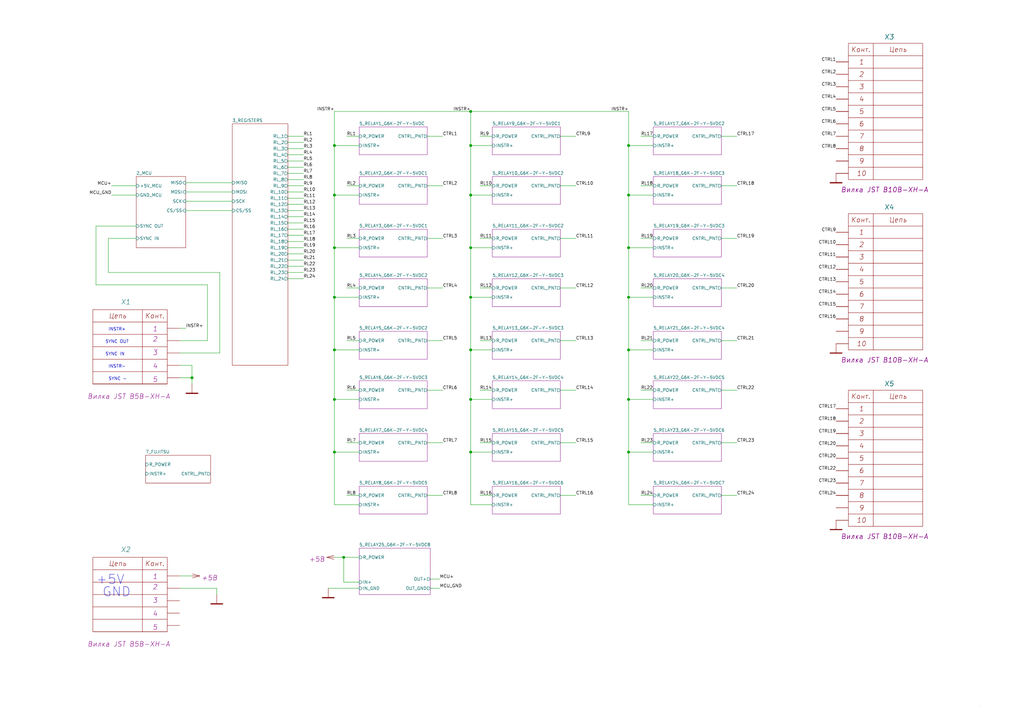
<source format=kicad_sch>
(kicad_sch (version 20210621) (generator eeschema)
  (paper "A3")
  (lib_symbols
    (symbol "[LTM][Power]:+5V" (power) (pin_numbers hide) (pin_names (offset 0) hide)
      (property "ValueName" "+5В" (at 0 5.08 0))
      (symbol "+5V_0_1"
        (polyline (pts (xy 0 3.175) (xy -0.8128 0.1778)))
        (polyline (pts (xy 0 3.175) (xy 0 0)))
        (polyline (pts (xy 0.8128 0.1778) (xy 0 3.175)))
      )
      (symbol "+5V_1_1"
        (pin power_in line (at 0 0 90) (length 0) hide (name "+5V") (number "1"))
      )
    )
    (symbol "[LTM][Power]:GND" (power) (pin_numbers hide) (pin_names (offset 0) hide)
      (symbol "GND_0_1"
        (rectangle (start -2.4892 -3.683) (end 2.4892 -3.9878) (fill (type outline)))
        (polyline (pts (xy 0 0) (xy 0 -3.81)))
      )
      (symbol "GND_1_1"
        (pin power_in line (at 0 0 270) (length 0) hide (name "GND") (number "1"))
      )
    )
    (symbol "my_Library:B10B-XH-A_right" (pin_numbers hide) (pin_names (offset 0) hide)
      (property "Reference" "X3" (at 19.6851 10.2517 0))
      (property "ValueName" "Вилка JST B10B-XH-A" (at 1.9051 -52.4053 0))
      (symbol "B10B-XH-A_right_0_0"
        (rectangle (start 5.08 7.62) (end 35.56 -48.26))
        (polyline (pts (xy 15.24 7.62) (xy 15.24 -48.26)))
        (polyline (pts (xy 35.56 -43.18) (xy 5.08 -43.18)))
        (polyline (pts (xy 35.56 -38.1) (xy 5.08 -38.1)))
        (polyline (pts (xy 35.56 -33.02) (xy 5.08 -33.02)))
        (polyline (pts (xy 35.56 -27.94) (xy 5.08 -27.94)))
        (polyline (pts (xy 35.56 -22.86) (xy 5.08 -22.86)))
        (polyline (pts (xy 35.56 -17.78) (xy 5.08 -17.78)))
        (polyline (pts (xy 35.56 -12.7) (xy 5.08 -12.7)))
        (polyline (pts (xy 35.56 -7.62) (xy 5.08 -7.62)))
        (polyline (pts (xy 35.56 -2.54) (xy 5.08 -2.54)))
        (polyline (pts (xy 35.56 2.54) (xy 5.08 2.54)))
      )
      (symbol "B10B-XH-A_right_1_1"
        (text "1" (at 10.414 0 0) (effects (font (size 2.0066 2.0066) italic)))
        (text "10" (at 10.414 -45.72 0) (effects (font (size 2.0066 2.0066) italic)))
        (text "2" (at 10.414 -5.08 0) (effects (font (size 2.0066 2.0066) italic)))
        (text "3" (at 10.414 -10.16 0) (effects (font (size 2.0066 2.0066) italic)))
        (text "4" (at 10.414 -15.24 0) (effects (font (size 2.0066 2.0066) italic)))
        (text "5" (at 10.414 -20.32 0) (effects (font (size 2.0066 2.0066) italic)))
        (text "6" (at 10.414 -25.4 0) (effects (font (size 2.0066 2.0066) italic)))
        (text "7" (at 10.414 -30.48 0) (effects (font (size 2.0066 2.0066) italic)))
        (text "8" (at 10.414 -35.56 0) (effects (font (size 2.0066 2.0066) italic)))
        (text "9" (at 10.414 -40.64 0) (effects (font (size 2.0066 2.0066) italic)))
        (text "Конт." (at 10.16 5.08 0) (effects (font (size 2.0066 2.0066) italic)))
        (text "Цепь" (at 25.4 5.08 0) (effects (font (size 2.0066 2.0066) italic)))
        (pin passive line (at 0 0 0) (length 5.08) (name "1") (number "1"))
        (pin passive line (at 0 -45.72 0) (length 5.08) (name "10") (number "10"))
        (pin passive line (at 0 -5.08 0) (length 5.08) (name "2") (number "2"))
        (pin passive line (at 0 -10.16 0) (length 5.08) (name "3") (number "3"))
        (pin passive line (at 0 -15.24 0) (length 5.08) (name "4") (number "4"))
        (pin passive line (at 0 -20.32 0) (length 5.08) (name "5") (number "5"))
        (pin passive line (at 0 -25.4 0) (length 5.08) (name "6") (number "6"))
        (pin passive line (at 0 -30.48 0) (length 5.08) (name "7") (number "7"))
        (pin passive line (at 0 -35.56 0) (length 5.08) (name "8") (number "8"))
        (pin passive line (at 0 -40.64 0) (length 5.08) (name "9") (number "9"))
      )
    )
    (symbol "my_Library:B5B-XH-A_Left" (pin_numbers hide) (pin_names (offset 0) hide)
      (property "Reference" "X" (at -22.225 10.795 0))
      (property "ValueName" "Вилка JST B5B-XH-A" (at -20.955 -27.94 0))
      (property "PIN1" "1" (at -10.16 -0.227 0))
      (property "PIN2" "2" (at -10.16 -4.464 0))
      (property "PIN3" "3" (at -10.16 -9.971 0))
      (property "PIN4" "4" (at -10.16 -15.478 0))
      (property "PIN5" "5" (at -10.16 -20.985 0))
      (symbol "B5B-XH-A_Left_0_0"
        (rectangle (start -5.08 7.62) (end -35.56 -22.86))
        (polyline (pts (xy -35.56 -22.86) (xy -5.08 -22.86)))
        (polyline (pts (xy -35.56 -17.78) (xy -5.08 -17.78)))
        (polyline (pts (xy -35.56 -12.7) (xy -5.08 -12.7)))
        (polyline (pts (xy -35.56 -7.62) (xy -5.08 -7.62)))
        (polyline (pts (xy -35.56 -2.54) (xy -5.08 -2.54)))
        (polyline (pts (xy -35.56 2.54) (xy -5.08 2.54)))
        (polyline (pts (xy -15.24 7.62) (xy -15.24 -22.86)))
      )
      (symbol "B5B-XH-A_Left_1_1"
        (text "Конт." (at -10.16 5.08 0) (effects (font (size 2.0066 2.0066) italic)))
        (text "Цепь" (at -25.4 5.08 0) (effects (font (size 2.0066 2.0066) italic)))
        (pin passive line (at 0 0 180) (length 5.08) (name "1") (number "1"))
        (pin passive line (at 0 -5.08 180) (length 5.08) (name "2") (number "2"))
        (pin passive line (at 0 -10.16 180) (length 5.08) (name "3") (number "3"))
        (pin passive line (at 0 -15.24 180) (length 5.08) (name "4") (number "4"))
        (pin passive line (at 0 -20.32 180) (length 5.08) (name "5") (number "5"))
      )
    )
    (symbol "my_Library:MH4_" (pin_names (offset 2.54))
      (property "Reference" "MH4_" (at 1.27 11.43 0))
      (property "ValueName" "Mounting hole 4 mm" (at 0 -8.89 0))
      (property "PIN1" "  " (at -12.6362 37.9594 0))
      (property "PIN2" "   " (at -12.6362 33.7224 0))
      (property "PIN3" " " (at -12.6362 29.4854 0))
      (property "PIN4" "  " (at -12.6362 25.2484 0))
      (property "PIN5" " " (at -12.6362 21.0114 0))
      (symbol "MH4__0_1"
        (circle (center 0 0) (radius 3.81) (stroke (width 0.1524)))
        (polyline (pts (xy 0 7.62) (xy 0 -7.62)) (stroke (width 0.1524)))
        (polyline (pts (xy -7.62 0) (xy 7.62 0) (xy 7.62 0)) (stroke (width 0.1524)))
      )
      (symbol "MH4__1_1"
        (text " " (at 9.906 -12.7 0) (effects (font (size 2.0066 2.0066) italic)))
        (text " " (at 9.906 -7.62 0) (effects (font (size 2.0066 2.0066) italic)))
        (text " " (at 9.906 -2.54 0) (effects (font (size 2.0066 2.0066) italic)))
        (text " " (at 9.906 2.54 0) (effects (font (size 2.0066 2.0066) italic)))
        (text " " (at 9.906 17.78 0) (effects (font (size 2.0066 2.0066) italic)))
        (text " " (at 12.446 -34.29 0) (effects (font (size 2.0066 2.0066) italic)))
        (text " " (at 12.446 -29.21 0) (effects (font (size 2.0066 2.0066) italic)))
        (text " " (at 12.446 -24.13 0) (effects (font (size 2.0066 2.0066) italic)))
        (rectangle (start -38.608 6.35) (end -38.608 6.35))
      )
    )
  )
  (junction (at 78.74 154.94) (diameter 1.016))
  (junction (at 137.16 59.69) (diameter 1.016))
  (junction (at 137.16 80.01) (diameter 1.016))
  (junction (at 137.16 101.6) (diameter 1.016))
  (junction (at 137.16 121.92) (diameter 1.016))
  (junction (at 137.16 143.51) (diameter 1.016))
  (junction (at 137.16 163.83) (diameter 1.016))
  (junction (at 137.16 185.42) (diameter 1.016))
  (junction (at 140.97 228.6) (diameter 1.016))
  (junction (at 193.04 45.72) (diameter 1.016))
  (junction (at 193.04 59.69) (diameter 1.016))
  (junction (at 193.04 80.01) (diameter 1.016))
  (junction (at 193.04 101.6) (diameter 1.016))
  (junction (at 193.04 121.92) (diameter 1.016))
  (junction (at 193.04 143.51) (diameter 1.016))
  (junction (at 193.04 163.83) (diameter 1.016))
  (junction (at 193.04 185.42) (diameter 1.016))
  (junction (at 257.81 59.69) (diameter 1.016))
  (junction (at 257.81 80.01) (diameter 1.016))
  (junction (at 257.81 101.6) (diameter 1.016))
  (junction (at 257.81 121.92) (diameter 1.016))
  (junction (at 257.81 143.51) (diameter 1.016))
  (junction (at 257.81 163.83) (diameter 1.016))
  (junction (at 257.81 185.42) (diameter 1.016))
  (wire (pts (xy 39.37 92.71) (xy 55.88 92.71)))
  (wire (pts (xy 39.37 116.84) (xy 39.37 92.71)))
  (wire (pts (xy 44.45 97.79) (xy 44.45 111.76)))
  (wire (pts (xy 44.45 111.76) (xy 90.17 111.76)))
  (wire (pts (xy 45.72 76.2) (xy 55.88 76.2)))
  (wire (pts (xy 45.72 80.01) (xy 55.88 80.01)))
  (wire (pts (xy 55.88 97.79) (xy 44.45 97.79)))
  (wire (pts (xy 73.66 134.62) (xy 76.2 134.62)))
  (wire (pts (xy 73.66 139.7) (xy 85.09 139.7)))
  (wire (pts (xy 73.66 149.86) (xy 78.74 149.86)))
  (wire (pts (xy 73.66 154.94) (xy 78.74 154.94)))
  (wire (pts (xy 73.66 236.22) (xy 78.74 236.22)))
  (wire (pts (xy 73.66 241.3) (xy 88.9 241.3)))
  (wire (pts (xy 76.2 74.93) (xy 95.25 74.93)))
  (wire (pts (xy 76.2 78.74) (xy 95.25 78.74)))
  (wire (pts (xy 76.2 82.55) (xy 95.25 82.55)))
  (wire (pts (xy 76.2 86.36) (xy 95.25 86.36)))
  (wire (pts (xy 78.74 154.94) (xy 78.74 149.86)))
  (wire (pts (xy 78.74 157.48) (xy 78.74 154.94)))
  (wire (pts (xy 85.09 116.84) (xy 39.37 116.84)))
  (wire (pts (xy 85.09 139.7) (xy 85.09 116.84)))
  (wire (pts (xy 88.9 241.3) (xy 88.9 243.84)))
  (wire (pts (xy 90.17 111.76) (xy 90.17 144.78)))
  (wire (pts (xy 90.17 144.78) (xy 73.66 144.78)))
  (wire (pts (xy 118.11 55.88) (xy 124.46 55.88)))
  (wire (pts (xy 118.11 58.42) (xy 124.46 58.42)))
  (wire (pts (xy 118.11 60.96) (xy 124.46 60.96)))
  (wire (pts (xy 118.11 63.5) (xy 124.46 63.5)))
  (wire (pts (xy 118.11 66.04) (xy 124.46 66.04)))
  (wire (pts (xy 118.11 68.58) (xy 124.46 68.58)))
  (wire (pts (xy 118.11 71.12) (xy 124.46 71.12)))
  (wire (pts (xy 118.11 73.66) (xy 124.46 73.66)))
  (wire (pts (xy 118.11 76.2) (xy 124.46 76.2)))
  (wire (pts (xy 118.11 78.74) (xy 124.46 78.74)))
  (wire (pts (xy 118.11 81.28) (xy 124.46 81.28)))
  (wire (pts (xy 118.11 83.82) (xy 124.46 83.82)))
  (wire (pts (xy 118.11 86.36) (xy 124.46 86.36)))
  (wire (pts (xy 118.11 88.9) (xy 124.46 88.9)))
  (wire (pts (xy 118.11 91.44) (xy 124.46 91.44)))
  (wire (pts (xy 118.11 93.98) (xy 124.46 93.98)))
  (wire (pts (xy 118.11 96.52) (xy 124.46 96.52)))
  (wire (pts (xy 118.11 99.06) (xy 124.46 99.06)))
  (wire (pts (xy 118.11 101.6) (xy 124.46 101.6)))
  (wire (pts (xy 118.11 104.14) (xy 124.46 104.14)))
  (wire (pts (xy 118.11 106.68) (xy 124.46 106.68)))
  (wire (pts (xy 118.11 109.22) (xy 124.46 109.22)))
  (wire (pts (xy 118.11 111.76) (xy 124.46 111.76)))
  (wire (pts (xy 118.11 114.3) (xy 124.46 114.3)))
  (wire (pts (xy 134.62 241.3) (xy 147.32 241.3)))
  (wire (pts (xy 137.16 45.72) (xy 137.16 59.69)))
  (wire (pts (xy 137.16 45.72) (xy 193.04 45.72)))
  (wire (pts (xy 137.16 59.69) (xy 137.16 80.01)))
  (wire (pts (xy 137.16 59.69) (xy 147.32 59.69)))
  (wire (pts (xy 137.16 80.01) (xy 137.16 101.6)))
  (wire (pts (xy 137.16 80.01) (xy 147.32 80.01)))
  (wire (pts (xy 137.16 101.6) (xy 137.16 121.92)))
  (wire (pts (xy 137.16 101.6) (xy 147.32 101.6)))
  (wire (pts (xy 137.16 121.92) (xy 137.16 143.51)))
  (wire (pts (xy 137.16 121.92) (xy 147.32 121.92)))
  (wire (pts (xy 137.16 143.51) (xy 137.16 163.83)))
  (wire (pts (xy 137.16 143.51) (xy 147.32 143.51)))
  (wire (pts (xy 137.16 163.83) (xy 137.16 185.42)))
  (wire (pts (xy 137.16 163.83) (xy 147.32 163.83)))
  (wire (pts (xy 137.16 185.42) (xy 137.16 207.01)))
  (wire (pts (xy 137.16 185.42) (xy 147.32 185.42)))
  (wire (pts (xy 137.16 207.01) (xy 147.32 207.01)))
  (wire (pts (xy 137.16 228.6) (xy 140.97 228.6)))
  (wire (pts (xy 140.97 228.6) (xy 147.32 228.6)))
  (wire (pts (xy 140.97 238.76) (xy 140.97 228.6)))
  (wire (pts (xy 142.24 55.88) (xy 147.32 55.88)))
  (wire (pts (xy 142.24 76.2) (xy 147.32 76.2)))
  (wire (pts (xy 142.24 97.79) (xy 147.32 97.79)))
  (wire (pts (xy 142.24 118.11) (xy 147.32 118.11)))
  (wire (pts (xy 142.24 139.7) (xy 147.32 139.7)))
  (wire (pts (xy 142.24 160.02) (xy 147.32 160.02)))
  (wire (pts (xy 142.24 181.61) (xy 147.32 181.61)))
  (wire (pts (xy 142.24 203.2) (xy 147.32 203.2)))
  (wire (pts (xy 147.32 238.76) (xy 140.97 238.76)))
  (wire (pts (xy 175.26 55.88) (xy 181.61 55.88)))
  (wire (pts (xy 175.26 76.2) (xy 181.61 76.2)))
  (wire (pts (xy 175.26 97.79) (xy 181.61 97.79)))
  (wire (pts (xy 175.26 118.11) (xy 181.61 118.11)))
  (wire (pts (xy 175.26 139.7) (xy 181.61 139.7)))
  (wire (pts (xy 175.26 160.02) (xy 181.61 160.02)))
  (wire (pts (xy 175.26 181.61) (xy 181.61 181.61)))
  (wire (pts (xy 175.26 203.2) (xy 181.61 203.2)))
  (wire (pts (xy 176.53 237.49) (xy 180.34 237.49)))
  (wire (pts (xy 176.53 241.3) (xy 180.34 241.3)))
  (wire (pts (xy 193.04 45.72) (xy 193.04 59.69)))
  (wire (pts (xy 193.04 45.72) (xy 257.81 45.72)))
  (wire (pts (xy 193.04 59.69) (xy 193.04 80.01)))
  (wire (pts (xy 193.04 59.69) (xy 201.93 59.69)))
  (wire (pts (xy 193.04 80.01) (xy 193.04 101.6)))
  (wire (pts (xy 193.04 80.01) (xy 201.93 80.01)))
  (wire (pts (xy 193.04 101.6) (xy 193.04 121.92)))
  (wire (pts (xy 193.04 101.6) (xy 201.93 101.6)))
  (wire (pts (xy 193.04 121.92) (xy 193.04 143.51)))
  (wire (pts (xy 193.04 121.92) (xy 201.93 121.92)))
  (wire (pts (xy 193.04 143.51) (xy 193.04 163.83)))
  (wire (pts (xy 193.04 163.83) (xy 193.04 185.42)))
  (wire (pts (xy 193.04 163.83) (xy 201.93 163.83)))
  (wire (pts (xy 193.04 185.42) (xy 193.04 207.01)))
  (wire (pts (xy 193.04 185.42) (xy 201.93 185.42)))
  (wire (pts (xy 193.04 207.01) (xy 201.93 207.01)))
  (wire (pts (xy 196.85 55.88) (xy 201.93 55.88)))
  (wire (pts (xy 196.85 76.2) (xy 201.93 76.2)))
  (wire (pts (xy 196.85 97.79) (xy 201.93 97.79)))
  (wire (pts (xy 196.85 118.11) (xy 201.93 118.11)))
  (wire (pts (xy 196.85 139.7) (xy 201.93 139.7)))
  (wire (pts (xy 196.85 160.02) (xy 201.93 160.02)))
  (wire (pts (xy 196.85 181.61) (xy 201.93 181.61)))
  (wire (pts (xy 196.85 203.2) (xy 201.93 203.2)))
  (wire (pts (xy 201.93 143.51) (xy 193.04 143.51)))
  (wire (pts (xy 229.87 55.88) (xy 236.22 55.88)))
  (wire (pts (xy 229.87 76.2) (xy 236.22 76.2)))
  (wire (pts (xy 229.87 97.79) (xy 236.22 97.79)))
  (wire (pts (xy 229.87 118.11) (xy 236.22 118.11)))
  (wire (pts (xy 229.87 139.7) (xy 236.22 139.7)))
  (wire (pts (xy 229.87 160.02) (xy 236.22 160.02)))
  (wire (pts (xy 229.87 181.61) (xy 236.22 181.61)))
  (wire (pts (xy 229.87 203.2) (xy 236.22 203.2)))
  (wire (pts (xy 257.81 45.72) (xy 257.81 59.69)))
  (wire (pts (xy 257.81 59.69) (xy 257.81 80.01)))
  (wire (pts (xy 257.81 59.69) (xy 267.97 59.69)))
  (wire (pts (xy 257.81 80.01) (xy 257.81 101.6)))
  (wire (pts (xy 257.81 80.01) (xy 267.97 80.01)))
  (wire (pts (xy 257.81 101.6) (xy 257.81 121.92)))
  (wire (pts (xy 257.81 101.6) (xy 267.97 101.6)))
  (wire (pts (xy 257.81 121.92) (xy 257.81 143.51)))
  (wire (pts (xy 257.81 121.92) (xy 267.97 121.92)))
  (wire (pts (xy 257.81 143.51) (xy 257.81 163.83)))
  (wire (pts (xy 257.81 143.51) (xy 267.97 143.51)))
  (wire (pts (xy 257.81 163.83) (xy 257.81 185.42)))
  (wire (pts (xy 257.81 163.83) (xy 267.97 163.83)))
  (wire (pts (xy 257.81 185.42) (xy 257.81 207.01)))
  (wire (pts (xy 257.81 185.42) (xy 267.97 185.42)))
  (wire (pts (xy 257.81 207.01) (xy 267.97 207.01)))
  (wire (pts (xy 262.89 55.88) (xy 267.97 55.88)))
  (wire (pts (xy 262.89 76.2) (xy 267.97 76.2)))
  (wire (pts (xy 262.89 97.79) (xy 267.97 97.79)))
  (wire (pts (xy 262.89 118.11) (xy 267.97 118.11)))
  (wire (pts (xy 262.89 139.7) (xy 267.97 139.7)))
  (wire (pts (xy 262.89 160.02) (xy 267.97 160.02)))
  (wire (pts (xy 262.89 181.61) (xy 267.97 181.61)))
  (wire (pts (xy 262.89 203.2) (xy 267.97 203.2)))
  (wire (pts (xy 295.91 55.88) (xy 302.26 55.88)))
  (wire (pts (xy 295.91 76.2) (xy 302.26 76.2)))
  (wire (pts (xy 295.91 97.79) (xy 302.26 97.79)))
  (wire (pts (xy 295.91 118.11) (xy 302.26 118.11)))
  (wire (pts (xy 295.91 139.7) (xy 302.26 139.7)))
  (wire (pts (xy 295.91 160.02) (xy 302.26 160.02)))
  (wire (pts (xy 295.91 181.61) (xy 302.26 181.61)))
  (wire (pts (xy 295.91 203.2) (xy 302.26 203.2)))
  (text "MH4_" (at -54.61 63.5 180) (effects (font (size 1.27 1.27)) (justify right bottom)))
  (text "+5V" (at 39.37 240.03 0) (effects (font (size 3.81 3.81)) (justify left bottom)))
  (text "GND" (at 41.91 245.11 0) (effects (font (size 3.81 3.81)) (justify left bottom)))
  (text "SYNC OUT" (at 43.18 140.97 0) (effects (font (size 1.27 1.27)) (justify left bottom)))
  (text "SYNC IN" (at 43.18 146.05 0) (effects (font (size 1.27 1.27)) (justify left bottom)))
  (text "INSTR+" (at 44.45 135.89 0) (effects (font (size 1.27 1.27)) (justify left bottom)))
  (text "INSTR-" (at 44.45 151.13 0) (effects (font (size 1.27 1.27)) (justify left bottom)))
  (text "SYNC -" (at 44.45 156.21 0) (effects (font (size 1.27 1.27)) (justify left bottom)))
  (label "MCU+" (at 45.72 76.2 180))
  (label "MCU_GND" (at 45.72 80.01 180))
  (label "INSTR+" (at 76.2 134.62 0))
  (label "RL1" (at 124.46 55.88 0))
  (label "RL2" (at 124.46 58.42 0))
  (label "RL3" (at 124.46 60.96 0))
  (label "RL4" (at 124.46 63.5 0))
  (label "RL5" (at 124.46 66.04 0))
  (label "RL6" (at 124.46 68.58 0))
  (label "RL7" (at 124.46 71.12 0))
  (label "RL8" (at 124.46 73.66 0))
  (label "RL9" (at 124.46 76.2 0))
  (label "RL10" (at 124.46 78.74 0))
  (label "RL11" (at 124.46 81.28 0))
  (label "RL12" (at 124.46 83.82 0))
  (label "RL13" (at 124.46 86.36 0))
  (label "RL14" (at 124.46 88.9 0))
  (label "RL15" (at 124.46 91.44 0))
  (label "RL16" (at 124.46 93.98 0))
  (label "RL17" (at 124.46 96.52 0))
  (label "RL18" (at 124.46 99.06 0))
  (label "RL19" (at 124.46 101.6 0))
  (label "RL20" (at 124.46 104.14 0))
  (label "RL21" (at 124.46 106.68 0))
  (label "RL22" (at 124.46 109.22 0))
  (label "RL23" (at 124.46 111.76 0))
  (label "RL24" (at 124.46 114.3 0))
  (label "INSTR+" (at 137.16 45.72 180))
  (label "RL1" (at 142.24 55.88 0))
  (label "RL2" (at 142.24 76.2 0))
  (label "RL3" (at 142.24 97.79 0))
  (label "RL4" (at 142.24 118.11 0))
  (label "RL5" (at 142.24 139.7 0))
  (label "RL6" (at 142.24 160.02 0))
  (label "RL7" (at 142.24 181.61 0))
  (label "RL8" (at 142.24 203.2 0))
  (label "MCU+" (at 180.34 237.49 0))
  (label "MCU_GND" (at 180.34 241.3 0))
  (label "CTRL1" (at 181.61 55.88 0))
  (label "CTRL2" (at 181.61 76.2 0))
  (label "CTRL3" (at 181.61 97.79 0))
  (label "CTRL4" (at 181.61 118.11 0))
  (label "CTRL5" (at 181.61 139.7 0))
  (label "CTRL6" (at 181.61 160.02 0))
  (label "CTRL7" (at 181.61 181.61 0))
  (label "CTRL8" (at 181.61 203.2 0))
  (label "INSTR+" (at 193.04 45.72 180))
  (label "RL9" (at 196.85 55.88 0))
  (label "RL10" (at 196.85 76.2 0))
  (label "RL11" (at 196.85 97.79 0))
  (label "RL12" (at 196.85 118.11 0))
  (label "RL13" (at 196.85 139.7 0))
  (label "RL14" (at 196.85 160.02 0))
  (label "RL15" (at 196.85 181.61 0))
  (label "RL16" (at 196.85 203.2 0))
  (label "CTRL9" (at 236.22 55.88 0))
  (label "CTRL10" (at 236.22 76.2 0))
  (label "CTRL11" (at 236.22 97.79 0))
  (label "CTRL12" (at 236.22 118.11 0))
  (label "CTRL13" (at 236.22 139.7 0))
  (label "CTRL14" (at 236.22 160.02 0))
  (label "CTRL15" (at 236.22 181.61 0))
  (label "CTRL16" (at 236.22 203.2 0))
  (label "INSTR+" (at 257.81 45.72 180))
  (label "RL17" (at 262.89 55.88 0))
  (label "RL18" (at 262.89 76.2 0))
  (label "RL19" (at 262.89 97.79 0))
  (label "RL20" (at 262.89 118.11 0))
  (label "RL21" (at 262.89 139.7 0))
  (label "RL22" (at 262.89 160.02 0))
  (label "RL23" (at 262.89 181.61 0))
  (label "RL24" (at 262.89 203.2 0))
  (label "CTRL17" (at 302.26 55.88 0))
  (label "CTRL18" (at 302.26 76.2 0))
  (label "CTRL19" (at 302.26 97.79 0))
  (label "CTRL20" (at 302.26 118.11 0))
  (label "CTRL21" (at 302.26 139.7 0))
  (label "CTRL22" (at 302.26 160.02 0))
  (label "CTRL23" (at 302.26 181.61 0))
  (label "CTRL24" (at 302.26 203.2 0))
  (label "CTRL1" (at 342.9 25.4 180))
  (label "CTRL2" (at 342.9 30.48 180))
  (label "CTRL3" (at 342.9 35.56 180))
  (label "CTRL4" (at 342.9 40.64 180))
  (label "CTRL5" (at 342.9 45.72 180))
  (label "CTRL6" (at 342.9 50.8 180))
  (label "CTRL7" (at 342.9 55.88 180))
  (label "CTRL8" (at 342.9 60.96 180))
  (label "CTRL9" (at 342.9 95.25 180))
  (label "CTRL10" (at 342.9 100.33 180))
  (label "CTRL11" (at 342.9 105.41 180))
  (label "CTRL12" (at 342.9 110.49 180))
  (label "CTRL13" (at 342.9 115.57 180))
  (label "CTRL14" (at 342.9 120.65 180))
  (label "CTRL15" (at 342.9 125.73 180))
  (label "CTRL16" (at 342.9 130.81 180))
  (label "CTRL17" (at 342.9 167.64 180))
  (label "CTRL18" (at 342.9 172.72 180))
  (label "CTRL19" (at 342.9 177.8 180))
  (label "CTRL20" (at 342.9 182.88 180))
  (label "CTRL20" (at 342.9 187.96 180))
  (label "CTRL22" (at 342.9 193.04 180))
  (label "CTRL23" (at 342.9 198.12 180))
  (label "CTRL24" (at 342.9 203.2 180))
  (symbol (lib_id "[LTM][Power]:+5V") (at 78.74 236.22 270) (unit 1)
    (property "Reference" "#PWR02" (effects hide))
    (property "Value" "+5V" (effects hide))
    (property "ValueName" "+5В" (at 82.5501 236.9768 90) (effects (font (size 2.0066 2.0066) italic) (justify left)))
  )
  (symbol (lib_id "[LTM][Power]:+5V") (at 137.16 228.6 90) (unit 1)
    (property "Reference" "#PWR05" (effects hide))
    (property "Value" "+5V" (effects hide))
    (property "ValueName" "+5В" (at 133.3499 229.3568 90) (effects (font (size 2.0066 2.0066) italic) (justify left)))
  )
  (symbol (lib_id "[LTM][Power]:GND") (at 78.74 157.48 0) (unit 1)
    (property "Reference" "#PWR01" (effects hide))
    (property "Value" "GND" (effects hide))
  )
  (symbol (lib_id "[LTM][Power]:GND") (at 88.9 243.84 0) (unit 1)
    (property "Reference" "#PWR03" (effects hide))
    (property "Value" "GND" (effects hide))
  )
  (symbol (lib_id "[LTM][Power]:GND") (at 134.62 241.3 0) (unit 1)
    (property "Reference" "#PWR04" (effects hide))
    (property "Value" "GND" (effects hide))
  )
  (symbol (lib_id "[LTM][Power]:GND") (at 342.9 71.12 0) (unit 1)
    (property "Reference" "#PWR06" (effects hide))
    (property "Value" "GND" (effects hide))
  )
  (symbol (lib_id "[LTM][Power]:GND") (at 342.9 140.97 0) (unit 1)
    (property "Reference" "#PWR07" (effects hide))
    (property "Value" "GND" (effects hide))
  )
  (symbol (lib_id "[LTM][Power]:GND") (at 342.9 213.36 0) (unit 1)
    (property "Reference" "#PWR08" (effects hide))
    (property "Value" "GND" (effects hide))
  )
  (symbol (lib_id "my_Library:B5B-XH-A_Left") (at 73.66 134.62 0) (unit 1)
    (property "Reference" "X1" (at 51.435 123.825 0) (effects (font (size 2.0066 2.0066) italic)))
    (property "Value" "B5B-XH-A_Left" (effects hide))
    (property "Footprint" "my_Library_ftprint:JST_EH_B5B-EH-A_1x05_P2.50mm_Vertical" (effects hide))
    (property "Datasheet" "C:/Program Files/KiCad/share/LTM_KiCAD_LIB/LTM_DataSheet/Каталог_АО_Электродеталь.pdf" (effects hide))
    (property "ValueName" "Вилка JST B5B-XH-A" (at 52.705 162.56 0) (effects (font (size 2.0066 2.0066) italic)))
    (property "ValueGroup" "Соединители" (effects hide))
    (property "ValueGOST" "Вилка JST B5B-XH-A" (effects hide))
    (property "ValueTU" "ПРЯМАЯ" (effects hide))
    (property "ValueManufacturer" "ф. АО «Электродеталь»" (effects hide))
    (property "ValueTemp_1" "РЮМК.430420.011ТУ" (effects hide))
    (property "ValueSupplier" "ф. АО «Электродеталь»" (effects hide))
    (property "ValueAnalog" "PLD-10" (effects hide))
    (property "ValueTemperature" "от минус 60 ⁰C до + 85 ⁰C" (effects hide))
    (property "ValueNote" "-" (effects hide))
    (property "ValueTemp_2" "-" (effects hide))
    (property "ValueTemp_3" "-" (effects hide))
    (property "ValueTemp_4" "-" (effects hide))
    (property "ValueTemp_5" "-" (effects hide))
    (property "PIN1" "1" (at 63.5 134.847 0) (effects (font (size 2.0066 2.0066) italic)))
    (property "PIN2" "2" (at 63.5 139.084 0) (effects (font (size 2.0066 2.0066) italic)))
    (property "PIN3" "3" (at 63.5 144.591 0) (effects (font (size 2.0066 2.0066) italic)))
    (property "PIN4" "4" (at 63.5 150.098 0) (effects (font (size 2.0066 2.0066) italic)))
    (property "PIN5" "5" (at 63.5 155.605 0) (effects (font (size 2.0066 2.0066) italic)))
  )
  (symbol (lib_id "my_Library:B5B-XH-A_Left") (at 73.66 236.22 0) (unit 1)
    (property "Reference" "X2" (at 51.435 225.425 0) (effects (font (size 2.0066 2.0066) italic)))
    (property "Value" "B5B-XH-A_Left" (effects hide))
    (property "Footprint" "my_Library_ftprint:JST_EH_B5B-EH-A_1x05_P2.50mm_Vertical" (effects hide))
    (property "Datasheet" "C:/Program Files/KiCad/share/LTM_KiCAD_LIB/LTM_DataSheet/Каталог_АО_Электродеталь.pdf" (effects hide))
    (property "ValueName" "Вилка JST B5B-XH-A" (at 52.705 264.16 0) (effects (font (size 2.0066 2.0066) italic)))
    (property "ValueGroup" "Соединители" (effects hide))
    (property "ValueGOST" "Вилка JST B5B-XH-A" (effects hide))
    (property "ValueTU" "ПРЯМАЯ" (effects hide))
    (property "ValueManufacturer" "ф. АО «Электродеталь»" (effects hide))
    (property "ValueTemp_1" "РЮМК.430420.011ТУ" (effects hide))
    (property "ValueSupplier" "ф. АО «Электродеталь»" (effects hide))
    (property "ValueAnalog" "PLD-10" (effects hide))
    (property "ValueTemperature" "от минус 60 ⁰C до + 85 ⁰C" (effects hide))
    (property "ValueNote" "-" (effects hide))
    (property "ValueTemp_2" "-" (effects hide))
    (property "ValueTemp_3" "-" (effects hide))
    (property "ValueTemp_4" "-" (effects hide))
    (property "ValueTemp_5" "-" (effects hide))
    (property "PIN1" "1" (at 63.5 236.447 0) (effects (font (size 2.0066 2.0066) italic)))
    (property "PIN2" "2" (at 63.5 240.684 0) (effects (font (size 2.0066 2.0066) italic)))
    (property "PIN3" "3" (at 63.5 246.191 0) (effects (font (size 2.0066 2.0066) italic)))
    (property "PIN4" "4" (at 63.5 251.698 0) (effects (font (size 2.0066 2.0066) italic)))
    (property "PIN5" "5" (at 63.5 257.205 0) (effects (font (size 2.0066 2.0066) italic)))
  )
  (symbol (lib_id "my_Library:B10B-XH-A_right") (at 342.9 25.4 0) (unit 1)
    (property "Reference" "X3" (at 362.5851 15.1483 0) (effects (font (size 2.0066 2.0066) italic) (justify left)))
    (property "Value" "B10B-XH-A_right" (effects hide))
    (property "Footprint" "my_Library_ftprint:JST_EH_B10B-EH-A_1x10_P2.50mm_Vertical" (effects hide))
    (property "Datasheet" "C:/Program Files/KiCad/share/LTM_KiCAD_LIB/LTM_DataSheet/Каталог_АО_Электродеталь.pdf" (effects hide))
    (property "ValueName" "Вилка JST B10B-XH-A" (at 344.8051 77.8053 0) (effects (font (size 2.0066 2.0066) italic) (justify left)))
    (property "ValueGroup" "Соединители" (effects hide))
    (property "ValueGOST" "Вилка JST B10B-XH-A" (effects hide))
    (property "ValueTU" "ПРЯМАЯ" (effects hide))
    (property "ValueManufacturer" "ф. АО «Электродеталь»" (effects hide))
    (property "ValueTemp_1" "РЮМК.430420.011ТУ" (effects hide))
    (property "ValueSupplier" "ф. АО «Электродеталь»" (effects hide))
    (property "ValueAnalog" "PLD-10" (effects hide))
    (property "ValueTemperature" "от минус 60 ⁰C до + 85 ⁰C" (effects hide))
    (property "ValueNote" "-" (effects hide))
    (property "ValueTemp_2" "-" (effects hide))
    (property "ValueTemp_3" "-" (effects hide))
    (property "ValueTemp_4" "-" (effects hide))
    (property "ValueTemp_5" "-" (effects hide))
    (property "PIN1" "1" (effects hide))
    (property "PIN2" "2" (effects hide))
    (property "PIN3" "3" (effects hide))
    (property "PIN4" "4" (effects hide))
    (property "PIN5" "5" (effects hide))
    (property "PIN6" "6" (effects hide))
    (property "PIN7" "7" (effects hide))
    (property "PIN8" "8" (effects hide))
    (property "PIN9" "9" (effects hide))
    (property "PIN10" "10" (effects hide))
  )
  (symbol (lib_id "my_Library:B10B-XH-A_right") (at 342.9 95.25 0) (unit 1)
    (property "Reference" "X4" (at 362.5851 84.9983 0) (effects (font (size 2.0066 2.0066) italic) (justify left)))
    (property "Value" "B10B-XH-A_right" (effects hide))
    (property "Footprint" "my_Library_ftprint:JST_EH_B10B-EH-A_1x10_P2.50mm_Vertical" (effects hide))
    (property "Datasheet" "C:/Program Files/KiCad/share/LTM_KiCAD_LIB/LTM_DataSheet/Каталог_АО_Электродеталь.pdf" (effects hide))
    (property "ValueName" "Вилка JST B10B-XH-A" (at 344.8051 147.6553 0) (effects (font (size 2.0066 2.0066) italic) (justify left)))
    (property "ValueGroup" "Соединители" (effects hide))
    (property "ValueGOST" "Вилка JST B10B-XH-A" (effects hide))
    (property "ValueTU" "ПРЯМАЯ" (effects hide))
    (property "ValueManufacturer" "ф. АО «Электродеталь»" (effects hide))
    (property "ValueTemp_1" "РЮМК.430420.011ТУ" (effects hide))
    (property "ValueSupplier" "ф. АО «Электродеталь»" (effects hide))
    (property "ValueAnalog" "PLD-10" (effects hide))
    (property "ValueTemperature" "от минус 60 ⁰C до + 85 ⁰C" (effects hide))
    (property "ValueNote" "-" (effects hide))
    (property "ValueTemp_2" "-" (effects hide))
    (property "ValueTemp_3" "-" (effects hide))
    (property "ValueTemp_4" "-" (effects hide))
    (property "ValueTemp_5" "-" (effects hide))
    (property "PIN1" "1" (effects hide))
    (property "PIN2" "2" (effects hide))
    (property "PIN3" "3" (effects hide))
    (property "PIN4" "4" (effects hide))
    (property "PIN5" "5" (effects hide))
    (property "PIN6" "6" (effects hide))
    (property "PIN7" "7" (effects hide))
    (property "PIN8" "8" (effects hide))
    (property "PIN9" "9" (effects hide))
    (property "PIN10" "10" (effects hide))
  )
  (symbol (lib_id "my_Library:B10B-XH-A_right") (at 342.9 167.64 0) (unit 1)
    (property "Reference" "X5" (at 362.5851 157.3883 0) (effects (font (size 2.0066 2.0066) italic) (justify left)))
    (property "Value" "B10B-XH-A_right" (effects hide))
    (property "Footprint" "my_Library_ftprint:JST_EH_B10B-EH-A_1x10_P2.50mm_Vertical" (effects hide))
    (property "Datasheet" "C:/Program Files/KiCad/share/LTM_KiCAD_LIB/LTM_DataSheet/Каталог_АО_Электродеталь.pdf" (effects hide))
    (property "ValueName" "Вилка JST B10B-XH-A" (at 344.8051 220.0453 0) (effects (font (size 2.0066 2.0066) italic) (justify left)))
    (property "ValueGroup" "Соединители" (effects hide))
    (property "ValueGOST" "Вилка JST B10B-XH-A" (effects hide))
    (property "ValueTU" "ПРЯМАЯ" (effects hide))
    (property "ValueManufacturer" "ф. АО «Электродеталь»" (effects hide))
    (property "ValueTemp_1" "РЮМК.430420.011ТУ" (effects hide))
    (property "ValueSupplier" "ф. АО «Электродеталь»" (effects hide))
    (property "ValueAnalog" "PLD-10" (effects hide))
    (property "ValueTemperature" "от минус 60 ⁰C до + 85 ⁰C" (effects hide))
    (property "ValueNote" "-" (effects hide))
    (property "ValueTemp_2" "-" (effects hide))
    (property "ValueTemp_3" "-" (effects hide))
    (property "ValueTemp_4" "-" (effects hide))
    (property "ValueTemp_5" "-" (effects hide))
    (property "PIN1" "1" (effects hide))
    (property "PIN2" "2" (effects hide))
    (property "PIN3" "3" (effects hide))
    (property "PIN4" "4" (effects hide))
    (property "PIN5" "5" (effects hide))
    (property "PIN6" "6" (effects hide))
    (property "PIN7" "7" (effects hide))
    (property "PIN8" "8" (effects hide))
    (property "PIN9" "9" (effects hide))
    (property "PIN10" "10" (effects hide))
  )
  (symbol (lib_id "my_Library:MH4_") (at -52.07 1.27 0) (unit 1)
    (property "Reference" "MH4_1" (at -38.0993 -2.4292 0) (effects (font (size 3.556 3.556) italic) (justify left)))
    (property "Value" "MH4_" (effects hide))
    (property "Footprint" "my_Library_ftprint:mounting hole 4 mm" (effects hide))
    (property "ValueName" "Mounting hole 4 mm" (at -38.0993 3.3456 0) (effects (font (size 2.0066 2.0066) italic) (justify left)))
    (property "ValueGroup" "Соединители" (effects hide))
    (property "ValueGOST" "розетка СНП346-5PП21-1" (effects hide))
    (property "ValueTU" "РЮМК.430420.011ТУ" (effects hide))
    (property "ValueManufacturer" "ф. АО «Электродеталь»" (effects hide))
    (property "ValueTemp_1" "РЮМК.430420.011ТУ" (effects hide))
    (property "ValueSupplier" "ф. АО «Электродеталь»" (effects hide))
    (property "ValueAnalog" "PLD-10 DS-1021" (effects hide))
    (property "ValueTemperature" "от минус 60 ⁰C до + 85 ⁰C" (effects hide))
    (property "ValueNote" "-" (effects hide))
    (property "ValueTemp_2" "-" (effects hide))
    (property "ValueTemp_3" "-" (effects hide))
    (property "ValueTemp_4" "-" (effects hide))
    (property "ValueTemp_5" "-" (effects hide))
    (property "PIN1" "  " (at -38.0993 7.5826 0) (effects (font (size 2.0066 2.0066) italic) (justify left)))
    (property "PIN2" "   " (at -38.0993 11.8196 0) (effects (font (size 2.0066 2.0066) italic) (justify left)))
    (property "PIN3" " " (at -38.0993 16.0566 0) (effects (font (size 2.0066 2.0066) italic) (justify left)))
    (property "PIN4" "  " (at -38.0993 20.2936 0) (effects (font (size 2.0066 2.0066) italic) (justify left)))
    (property "PIN5" " " (at -38.0993 24.5306 0) (effects (font (size 2.0066 2.0066) italic) (justify left)))
  )
  (symbol (lib_id "my_Library:MH4_") (at -52.07 298.45 0) (unit 1)
    (property "Reference" "MH4_2" (at -38.0993 294.7508 0) (effects (font (size 3.556 3.556) italic) (justify left)))
    (property "Value" "MH4_" (effects hide))
    (property "Footprint" "my_Library_ftprint:mounting hole 4 mm" (effects hide))
    (property "ValueName" "Mounting hole 4 mm" (at -38.0993 300.5256 0) (effects (font (size 2.0066 2.0066) italic) (justify left)))
    (property "ValueGroup" "Соединители" (effects hide))
    (property "ValueGOST" "розетка СНП346-5PП21-1" (effects hide))
    (property "ValueTU" "РЮМК.430420.011ТУ" (effects hide))
    (property "ValueManufacturer" "ф. АО «Электродеталь»" (effects hide))
    (property "ValueTemp_1" "РЮМК.430420.011ТУ" (effects hide))
    (property "ValueSupplier" "ф. АО «Электродеталь»" (effects hide))
    (property "ValueAnalog" "PLD-10 DS-1021" (effects hide))
    (property "ValueTemperature" "от минус 60 ⁰C до + 85 ⁰C" (effects hide))
    (property "ValueNote" "-" (effects hide))
    (property "ValueTemp_2" "-" (effects hide))
    (property "ValueTemp_3" "-" (effects hide))
    (property "ValueTemp_4" "-" (effects hide))
    (property "ValueTemp_5" "-" (effects hide))
    (property "PIN1" "  " (at -38.0993 304.7626 0) (effects (font (size 2.0066 2.0066) italic) (justify left)))
    (property "PIN2" "   " (at -38.0993 308.9996 0) (effects (font (size 2.0066 2.0066) italic) (justify left)))
    (property "PIN3" " " (at -38.0993 313.2366 0) (effects (font (size 2.0066 2.0066) italic) (justify left)))
    (property "PIN4" "  " (at -38.0993 317.4736 0) (effects (font (size 2.0066 2.0066) italic) (justify left)))
    (property "PIN5" " " (at -38.0993 321.7106 0) (effects (font (size 2.0066 2.0066) italic) (justify left)))
  )
  (symbol (lib_id "my_Library:MH4_") (at 431.8 1.27 0) (unit 1)
    (property "Reference" "MH4_3" (at 445.7707 -2.4292 0) (effects (font (size 3.556 3.556) italic) (justify left)))
    (property "Value" "MH4_" (effects hide))
    (property "Footprint" "my_Library_ftprint:mounting hole 4 mm" (effects hide))
    (property "ValueName" "Mounting hole 4 mm" (at 445.7707 3.3456 0) (effects (font (size 2.0066 2.0066) italic) (justify left)))
    (property "ValueGroup" "Соединители" (effects hide))
    (property "ValueGOST" "розетка СНП346-5PП21-1" (effects hide))
    (property "ValueTU" "РЮМК.430420.011ТУ" (effects hide))
    (property "ValueManufacturer" "ф. АО «Электродеталь»" (effects hide))
    (property "ValueTemp_1" "РЮМК.430420.011ТУ" (effects hide))
    (property "ValueSupplier" "ф. АО «Электродеталь»" (effects hide))
    (property "ValueAnalog" "PLD-10 DS-1021" (effects hide))
    (property "ValueTemperature" "от минус 60 ⁰C до + 85 ⁰C" (effects hide))
    (property "ValueNote" "-" (effects hide))
    (property "ValueTemp_2" "-" (effects hide))
    (property "ValueTemp_3" "-" (effects hide))
    (property "ValueTemp_4" "-" (effects hide))
    (property "ValueTemp_5" "-" (effects hide))
    (property "PIN1" "  " (at 445.7707 7.5826 0) (effects (font (size 2.0066 2.0066) italic) (justify left)))
    (property "PIN2" "   " (at 445.7707 11.8196 0) (effects (font (size 2.0066 2.0066) italic) (justify left)))
    (property "PIN3" " " (at 445.7707 16.0566 0) (effects (font (size 2.0066 2.0066) italic) (justify left)))
    (property "PIN4" "  " (at 445.7707 20.2936 0) (effects (font (size 2.0066 2.0066) italic) (justify left)))
    (property "PIN5" " " (at 445.7707 24.5306 0) (effects (font (size 2.0066 2.0066) italic) (justify left)))
  )
  (symbol (lib_id "my_Library:MH4_") (at 440.69 295.91 0) (unit 1)
    (property "Reference" "MH4_4" (at 454.6607 292.2108 0) (effects (font (size 3.556 3.556) italic) (justify left)))
    (property "Value" "MH4_" (effects hide))
    (property "Footprint" "my_Library_ftprint:mounting hole 4 mm" (effects hide))
    (property "ValueName" "Mounting hole 4 mm" (at 454.6607 297.9856 0) (effects (font (size 2.0066 2.0066) italic) (justify left)))
    (property "ValueGroup" "Соединители" (effects hide))
    (property "ValueGOST" "розетка СНП346-5PП21-1" (effects hide))
    (property "ValueTU" "РЮМК.430420.011ТУ" (effects hide))
    (property "ValueManufacturer" "ф. АО «Электродеталь»" (effects hide))
    (property "ValueTemp_1" "РЮМК.430420.011ТУ" (effects hide))
    (property "ValueSupplier" "ф. АО «Электродеталь»" (effects hide))
    (property "ValueAnalog" "PLD-10 DS-1021" (effects hide))
    (property "ValueTemperature" "от минус 60 ⁰C до + 85 ⁰C" (effects hide))
    (property "ValueNote" "-" (effects hide))
    (property "ValueTemp_2" "-" (effects hide))
    (property "ValueTemp_3" "-" (effects hide))
    (property "ValueTemp_4" "-" (effects hide))
    (property "ValueTemp_5" "-" (effects hide))
    (property "PIN1" "  " (at 454.6607 302.2226 0) (effects (font (size 2.0066 2.0066) italic) (justify left)))
    (property "PIN2" "   " (at 454.6607 306.4596 0) (effects (font (size 2.0066 2.0066) italic) (justify left)))
    (property "PIN3" " " (at 454.6607 310.6966 0) (effects (font (size 2.0066 2.0066) italic) (justify left)))
    (property "PIN4" "  " (at 454.6607 314.9336 0) (effects (font (size 2.0066 2.0066) italic) (justify left)))
    (property "PIN5" " " (at 454.6607 319.1706 0) (effects (font (size 2.0066 2.0066) italic) (justify left)))
  )
  (sheet (at 55.88 72.39) (size 20.32 29.21) (stroke (width 0.0006))
    (property "Sheet name" "2_MCU" (at 55.88 71.7543 0) (effects (justify left bottom)))
    (property "Sheet file" "p2.kicad_sch" (effects hide))
    (pin "MISO" input (at 76.2 74.93 0))
    (pin "MOSI" input (at 76.2 78.74 0))
    (pin "CS{slash}SS" input (at 76.2 86.36 0))
    (pin "SCK" input (at 76.2 82.55 0))
    (pin "+5V_MCU" input (at 55.88 76.2 180))
    (pin "GND_MCU" input (at 55.88 80.01 180))
    (pin "SYNC OUT" input (at 55.88 92.71 180))
    (pin "SYNC IN" input (at 55.88 97.79 180))
  )
  (sheet (at 95.25 50.8) (size 22.86 99.06) (stroke (width 0.0006))
    (property "Sheet name" "3_REGISTERS" (at 95.25 50.1643 0) (effects (justify left bottom)))
    (property "Sheet file" "p3.kicad_sch" (effects hide))
    (pin "MOSI" input (at 95.25 78.74 180))
    (pin "SCK" input (at 95.25 82.55 180))
    (pin "CS{slash}SS" input (at 95.25 86.36 180))
    (pin "MISO" input (at 95.25 74.93 180))
    (pin "RL_1" output (at 118.11 55.88 0))
    (pin "RL_3" output (at 118.11 60.96 0))
    (pin "RL_4" output (at 118.11 63.5 0))
    (pin "RL_5" output (at 118.11 66.04 0))
    (pin "RL_7" output (at 118.11 71.12 0))
    (pin "RL_9" output (at 118.11 76.2 0))
    (pin "RL_11" output (at 118.11 81.28 0))
    (pin "RL_10" output (at 118.11 78.74 0))
    (pin "RL_12" output (at 118.11 83.82 0))
    (pin "RL_14" output (at 118.11 88.9 0))
    (pin "RL_16" output (at 118.11 93.98 0))
    (pin "RL_2" output (at 118.11 58.42 0))
    (pin "RL_6" output (at 118.11 68.58 0))
    (pin "RL_8" output (at 118.11 73.66 0))
    (pin "RL_23" output (at 118.11 111.76 0))
    (pin "RL_17" output (at 118.11 96.52 0))
    (pin "RL_13" output (at 118.11 86.36 0))
    (pin "RL_15" output (at 118.11 91.44 0))
    (pin "RL_19" output (at 118.11 101.6 0))
    (pin "RL_21" output (at 118.11 106.68 0))
    (pin "RL_18" output (at 118.11 99.06 0))
    (pin "RL_20" output (at 118.11 104.14 0))
    (pin "RL_22" output (at 118.11 109.22 0))
    (pin "RL_24" output (at 118.11 114.3 0))
  )
  (sheet (at 201.93 72.39) (size 27.94 11.43) (stroke (width 0.0006) (color 132 0 132 1)) (fill (color 255 255 255 0.0000))
    (property "Sheet name" "5_RELAY10_G6K-2F-Y-5VDC2" (at 201.93 71.7543 0) (effects (justify left bottom)))
    (property "Sheet file" "p5.kicad_sch" (effects hide))
    (pin "INSTR+" input (at 201.93 80.01 180))
    (pin "R_POWER" input (at 201.93 76.2 180))
    (pin "CNTRL_PNT" output (at 229.87 76.2 0))
  )
  (sheet (at 201.93 93.98) (size 27.94 11.43) (stroke (width 0.0006) (color 132 0 132 1)) (fill (color 255 255 255 0.0000))
    (property "Sheet name" "5_RELAY11_G6K-2F-Y-5VDC2" (at 201.93 93.3443 0) (effects (justify left bottom)))
    (property "Sheet file" "p5.kicad_sch" (effects hide))
    (pin "INSTR+" input (at 201.93 101.6 180))
    (pin "R_POWER" input (at 201.93 97.79 180))
    (pin "CNTRL_PNT" output (at 229.87 97.79 0))
  )
  (sheet (at 201.93 114.3) (size 27.94 11.43) (stroke (width 0.0006) (color 132 0 132 1)) (fill (color 255 255 255 0.0000))
    (property "Sheet name" "5_RELAY12_G6K-2F-Y-5VDC3" (at 201.93 113.6643 0) (effects (justify left bottom)))
    (property "Sheet file" "p5.kicad_sch" (effects hide))
    (pin "INSTR+" input (at 201.93 121.92 180))
    (pin "R_POWER" input (at 201.93 118.11 180))
    (pin "CNTRL_PNT" output (at 229.87 118.11 0))
  )
  (sheet (at 201.93 135.89) (size 27.94 11.43) (stroke (width 0.0006) (color 132 0 132 1)) (fill (color 255 255 255 0.0000))
    (property "Sheet name" "5_RELAY13_G6K-2F-Y-5VDC3" (at 201.93 135.2543 0) (effects (justify left bottom)))
    (property "Sheet file" "p5.kicad_sch" (effects hide))
    (pin "INSTR+" input (at 201.93 143.51 180))
    (pin "R_POWER" input (at 201.93 139.7 180))
    (pin "CNTRL_PNT" output (at 229.87 139.7 0))
  )
  (sheet (at 201.93 156.21) (size 27.94 11.43) (stroke (width 0.0006) (color 132 0 132 1)) (fill (color 255 255 255 0.0000))
    (property "Sheet name" "5_RELAY14_G6K-2F-Y-5VDC4" (at 201.93 155.5743 0) (effects (justify left bottom)))
    (property "Sheet file" "p5.kicad_sch" (effects hide))
    (pin "INSTR+" input (at 201.93 163.83 180))
    (pin "R_POWER" input (at 201.93 160.02 180))
    (pin "CNTRL_PNT" output (at 229.87 160.02 0))
  )
  (sheet (at 201.93 177.8) (size 27.94 11.43) (stroke (width 0.0006) (color 132 0 132 1)) (fill (color 255 255 255 0.0000))
    (property "Sheet name" "5_RELAY15_G6K-2F-Y-5VDC5" (at 201.93 177.1643 0) (effects (justify left bottom)))
    (property "Sheet file" "p5.kicad_sch" (effects hide))
    (pin "INSTR+" input (at 201.93 185.42 180))
    (pin "R_POWER" input (at 201.93 181.61 180))
    (pin "CNTRL_PNT" output (at 229.87 181.61 0))
  )
  (sheet (at 201.93 199.39) (size 27.94 11.43) (stroke (width 0.0006) (color 132 0 132 1)) (fill (color 255 255 255 0.0000))
    (property "Sheet name" "5_RELAY16_G6K-2F-Y-5VDC6" (at 201.93 198.7543 0) (effects (justify left bottom)))
    (property "Sheet file" "p5.kicad_sch" (effects hide))
    (pin "INSTR+" input (at 201.93 207.01 180))
    (pin "R_POWER" input (at 201.93 203.2 180))
    (pin "CNTRL_PNT" output (at 229.87 203.2 0))
  )
  (sheet (at 267.97 52.07) (size 27.94 11.43) (stroke (width 0.0006) (color 132 0 132 1)) (fill (color 255 255 255 0.0000))
    (property "Sheet name" "5_RELAY17_G6K-2F-Y-5VDC2" (at 267.97 51.4343 0) (effects (justify left bottom)))
    (property "Sheet file" "p5.kicad_sch" (effects hide))
    (pin "INSTR+" input (at 267.97 59.69 180))
    (pin "R_POWER" input (at 267.97 55.88 180))
    (pin "CNTRL_PNT" output (at 295.91 55.88 0))
  )
  (sheet (at 267.97 72.39) (size 27.94 11.43) (stroke (width 0.0006) (color 132 0 132 1)) (fill (color 255 255 255 0.0000))
    (property "Sheet name" "5_RELAY18_G6K-2F-Y-5VDC3" (at 267.97 71.7543 0) (effects (justify left bottom)))
    (property "Sheet file" "p5.kicad_sch" (effects hide))
    (pin "INSTR+" input (at 267.97 80.01 180))
    (pin "R_POWER" input (at 267.97 76.2 180))
    (pin "CNTRL_PNT" output (at 295.91 76.2 0))
  )
  (sheet (at 267.97 93.98) (size 27.94 11.43) (stroke (width 0.0006) (color 132 0 132 1)) (fill (color 255 255 255 0.0000))
    (property "Sheet name" "5_RELAY19_G6K-2F-Y-5VDC3" (at 267.97 93.3443 0) (effects (justify left bottom)))
    (property "Sheet file" "p5.kicad_sch" (effects hide))
    (pin "INSTR+" input (at 267.97 101.6 180))
    (pin "R_POWER" input (at 267.97 97.79 180))
    (pin "CNTRL_PNT" output (at 295.91 97.79 0))
  )
  (sheet (at 147.32 52.07) (size 27.94 11.43) (stroke (width 0.0006) (color 132 0 132 1)) (fill (color 255 255 255 0.0000))
    (property "Sheet name" "5_RELAY1_G6K-2F-Y-5VDC" (at 147.32 51.4343 0) (effects (justify left bottom)))
    (property "Sheet file" "p5.kicad_sch" (effects hide))
    (pin "INSTR+" input (at 147.32 59.69 180))
    (pin "R_POWER" input (at 147.32 55.88 180))
    (pin "CNTRL_PNT" output (at 175.26 55.88 0))
  )
  (sheet (at 267.97 114.3) (size 27.94 11.43) (stroke (width 0.0006) (color 132 0 132 1)) (fill (color 255 255 255 0.0000))
    (property "Sheet name" "5_RELAY20_G6K-2F-Y-5VDC4" (at 267.97 113.6643 0) (effects (justify left bottom)))
    (property "Sheet file" "p5.kicad_sch" (effects hide))
    (pin "INSTR+" input (at 267.97 121.92 180))
    (pin "R_POWER" input (at 267.97 118.11 180))
    (pin "CNTRL_PNT" output (at 295.91 118.11 0))
  )
  (sheet (at 267.97 135.89) (size 27.94 11.43) (stroke (width 0.0006) (color 132 0 132 1)) (fill (color 255 255 255 0.0000))
    (property "Sheet name" "5_RELAY21_G6K-2F-Y-5VDC4" (at 267.97 135.2543 0) (effects (justify left bottom)))
    (property "Sheet file" "p5.kicad_sch" (effects hide))
    (pin "INSTR+" input (at 267.97 143.51 180))
    (pin "R_POWER" input (at 267.97 139.7 180))
    (pin "CNTRL_PNT" output (at 295.91 139.7 0))
  )
  (sheet (at 267.97 156.21) (size 27.94 11.43) (stroke (width 0.0006) (color 132 0 132 1)) (fill (color 255 255 255 0.0000))
    (property "Sheet name" "5_RELAY22_G6K-2F-Y-5VDC5" (at 267.97 155.5743 0) (effects (justify left bottom)))
    (property "Sheet file" "p5.kicad_sch" (effects hide))
    (pin "INSTR+" input (at 267.97 163.83 180))
    (pin "R_POWER" input (at 267.97 160.02 180))
    (pin "CNTRL_PNT" output (at 295.91 160.02 0))
  )
  (sheet (at 267.97 177.8) (size 27.94 11.43) (stroke (width 0.0006) (color 132 0 132 1)) (fill (color 255 255 255 0.0000))
    (property "Sheet name" "5_RELAY23_G6K-2F-Y-5VDC6" (at 267.97 177.1643 0) (effects (justify left bottom)))
    (property "Sheet file" "p5.kicad_sch" (effects hide))
    (pin "INSTR+" input (at 267.97 185.42 180))
    (pin "R_POWER" input (at 267.97 181.61 180))
    (pin "CNTRL_PNT" output (at 295.91 181.61 0))
  )
  (sheet (at 267.97 199.39) (size 27.94 11.43) (stroke (width 0.0006) (color 132 0 132 1)) (fill (color 255 255 255 0.0000))
    (property "Sheet name" "5_RELAY24_G6K-2F-Y-5VDC7" (at 267.97 198.7543 0) (effects (justify left bottom)))
    (property "Sheet file" "p5.kicad_sch" (effects hide))
    (pin "INSTR+" input (at 267.97 207.01 180))
    (pin "R_POWER" input (at 267.97 203.2 180))
    (pin "CNTRL_PNT" output (at 295.91 203.2 0))
  )
  (sheet (at 147.32 224.79) (size 29.21 19.05) (stroke (width 0.0006) (color 132 0 132 1)) (fill (color 255 255 255 0.0000))
    (property "Sheet name" "5_RELAY25_G6K-2F-Y-5VDC8" (at 147.32 224.1543 0) (effects (justify left bottom)))
    (property "Sheet file" "D:/V_meter_1/stend_e3/stend_main/p8.kicad_sch" (effects hide))
    (pin "R_POWER" input (at 147.32 228.6 180))
    (pin "IN+" input (at 147.32 238.76 180))
    (pin "IN_GND" input (at 147.32 241.3 180))
    (pin "OUT_GND" output (at 176.53 241.3 0))
    (pin "OUT+" output (at 176.53 237.49 0))
  )
  (sheet (at 147.32 72.39) (size 27.94 11.43) (stroke (width 0.0006) (color 132 0 132 1)) (fill (color 255 255 255 0.0000))
    (property "Sheet name" "5_RELAY2_G6K-2F-Y-5VDC1" (at 147.32 71.7543 0) (effects (justify left bottom)))
    (property "Sheet file" "p5.kicad_sch" (effects hide))
    (pin "INSTR+" input (at 147.32 80.01 180))
    (pin "R_POWER" input (at 147.32 76.2 180))
    (pin "CNTRL_PNT" output (at 175.26 76.2 0))
  )
  (sheet (at 147.32 93.98) (size 27.94 11.43) (stroke (width 0.0006) (color 132 0 132 1)) (fill (color 255 255 255 0.0000))
    (property "Sheet name" "5_RELAY3_G6K-2F-Y-5VDC1" (at 147.32 93.3443 0) (effects (justify left bottom)))
    (property "Sheet file" "p5.kicad_sch" (effects hide))
    (pin "INSTR+" input (at 147.32 101.6 180))
    (pin "R_POWER" input (at 147.32 97.79 180))
    (pin "CNTRL_PNT" output (at 175.26 97.79 0))
  )
  (sheet (at 147.32 114.3) (size 27.94 11.43) (stroke (width 0.0006) (color 132 0 132 1)) (fill (color 255 255 255 0.0000))
    (property "Sheet name" "5_RELAY4_G6K-2F-Y-5VDC2" (at 147.32 113.6643 0) (effects (justify left bottom)))
    (property "Sheet file" "p5.kicad_sch" (effects hide))
    (pin "INSTR+" input (at 147.32 121.92 180))
    (pin "R_POWER" input (at 147.32 118.11 180))
    (pin "CNTRL_PNT" output (at 175.26 118.11 0))
  )
  (sheet (at 147.32 135.89) (size 27.94 11.43) (stroke (width 0.0006) (color 132 0 132 1)) (fill (color 255 255 255 0.0000))
    (property "Sheet name" "5_RELAY5_G6K-2F-Y-5VDC2" (at 147.32 135.2543 0) (effects (justify left bottom)))
    (property "Sheet file" "p5.kicad_sch" (effects hide))
    (pin "INSTR+" input (at 147.32 143.51 180))
    (pin "R_POWER" input (at 147.32 139.7 180))
    (pin "CNTRL_PNT" output (at 175.26 139.7 0))
  )
  (sheet (at 147.32 156.21) (size 27.94 11.43) (stroke (width 0.0006) (color 132 0 132 1)) (fill (color 255 255 255 0.0000))
    (property "Sheet name" "5_RELAY6_G6K-2F-Y-5VDC3" (at 147.32 155.5743 0) (effects (justify left bottom)))
    (property "Sheet file" "p5.kicad_sch" (effects hide))
    (pin "INSTR+" input (at 147.32 163.83 180))
    (pin "R_POWER" input (at 147.32 160.02 180))
    (pin "CNTRL_PNT" output (at 175.26 160.02 0))
  )
  (sheet (at 147.32 177.8) (size 27.94 11.43) (stroke (width 0.0006) (color 132 0 132 1)) (fill (color 255 255 255 0.0000))
    (property "Sheet name" "5_RELAY7_G6K-2F-Y-5VDC4" (at 147.32 177.1643 0) (effects (justify left bottom)))
    (property "Sheet file" "p5.kicad_sch" (effects hide))
    (pin "INSTR+" input (at 147.32 185.42 180))
    (pin "R_POWER" input (at 147.32 181.61 180))
    (pin "CNTRL_PNT" output (at 175.26 181.61 0))
  )
  (sheet (at 147.32 199.39) (size 27.94 11.43) (stroke (width 0.0006) (color 132 0 132 1)) (fill (color 255 255 255 0.0000))
    (property "Sheet name" "5_RELAY8_G6K-2F-Y-5VDC5" (at 147.32 198.7543 0) (effects (justify left bottom)))
    (property "Sheet file" "p5.kicad_sch" (effects hide))
    (pin "INSTR+" input (at 147.32 207.01 180))
    (pin "R_POWER" input (at 147.32 203.2 180))
    (pin "CNTRL_PNT" output (at 175.26 203.2 0))
  )
  (sheet (at 201.93 52.07) (size 27.94 11.43) (stroke (width 0.0006) (color 132 0 132 1)) (fill (color 255 255 255 0.0000))
    (property "Sheet name" "5_RELAY9_G6K-2F-Y-5VDC1" (at 201.93 51.4343 0) (effects (justify left bottom)))
    (property "Sheet file" "p5.kicad_sch" (effects hide))
    (pin "INSTR+" input (at 201.93 59.69 180))
    (pin "R_POWER" input (at 201.93 55.88 180))
    (pin "CNTRL_PNT" output (at 229.87 55.88 0))
  )
  (sheet (at 59.69 186.69) (size 26.67 11.43) (stroke (width 0.0006))
    (property "Sheet name" "7_FUJITSU" (at 59.69 186.0543 0) (effects (justify left bottom)))
    (property "Sheet file" "p7.kicad_sch" (effects hide))
    (pin "R_POWER" input (at 59.69 190.5 180))
    (pin "INSTR+" input (at 59.69 194.31 180))
    (pin "CNTRL_PNT" output (at 86.36 194.31 0))
  )
)
</source>
